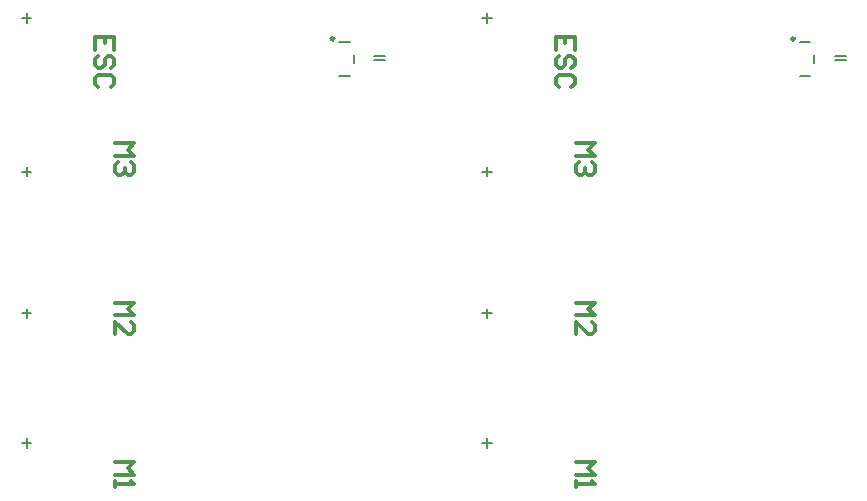
<source format=gto>
G04*
G04 #@! TF.GenerationSoftware,Altium Limited,Altium Designer,21.6.1 (37)*
G04*
G04 Layer_Color=65535*
%FSLAX25Y25*%
%MOIN*%
G70*
G04*
G04 #@! TF.SameCoordinates,FC2F02F7-AC22-4359-8BDB-CA83A4D5B66C*
G04*
G04*
G04 #@! TF.FilePolarity,Positive*
G04*
G01*
G75*
%ADD14C,0.01181*%
%ADD36C,0.00787*%
%ADD37C,0.00500*%
D14*
X110236Y173425D02*
G03*
X110236Y173425I-394J0D01*
G01*
X37006Y169818D02*
Y174016D01*
X30709D01*
Y169818D01*
X33857Y174016D02*
Y171917D01*
X35956Y163521D02*
X37006Y164570D01*
Y166669D01*
X35956Y167719D01*
X34907D01*
X33857Y166669D01*
Y164570D01*
X32808Y163521D01*
X31758D01*
X30709Y164570D01*
Y166669D01*
X31758Y167719D01*
X35956Y157223D02*
X37006Y158273D01*
Y160372D01*
X35956Y161421D01*
X31758D01*
X30709Y160372D01*
Y158273D01*
X31758Y157223D01*
X37402Y138583D02*
X43699D01*
X41600Y136484D01*
X43699Y134385D01*
X37402D01*
X42649Y132285D02*
X43699Y131236D01*
Y129137D01*
X42649Y128087D01*
X41600D01*
X40550Y129137D01*
Y130186D01*
Y129137D01*
X39501Y128087D01*
X38451D01*
X37402Y129137D01*
Y131236D01*
X38451Y132285D01*
X37402Y85433D02*
X43699D01*
X41600Y83334D01*
X43699Y81235D01*
X37402D01*
Y74938D02*
Y79136D01*
X41600Y74938D01*
X42649D01*
X43699Y75987D01*
Y78086D01*
X42649Y79136D01*
X37402Y32283D02*
X43699D01*
X41600Y30184D01*
X43699Y28085D01*
X37402D01*
Y25986D02*
Y23887D01*
Y24937D01*
X43699D01*
X42649Y25986D01*
X263779Y173425D02*
G03*
X263779Y173425I-394J0D01*
G01*
X190549Y169818D02*
Y174016D01*
X184252D01*
Y169818D01*
X187400Y174016D02*
Y171917D01*
X189500Y163521D02*
X190549Y164570D01*
Y166669D01*
X189500Y167719D01*
X188450D01*
X187400Y166669D01*
Y164570D01*
X186351Y163521D01*
X185301D01*
X184252Y164570D01*
Y166669D01*
X185301Y167719D01*
X189500Y157223D02*
X190549Y158273D01*
Y160372D01*
X189500Y161421D01*
X185301D01*
X184252Y160372D01*
Y158273D01*
X185301Y157223D01*
X190945Y138583D02*
X197242D01*
X195143Y136484D01*
X197242Y134385D01*
X190945D01*
X196193Y132285D02*
X197242Y131236D01*
Y129137D01*
X196193Y128087D01*
X195143D01*
X194094Y129137D01*
Y130186D01*
Y129137D01*
X193044Y128087D01*
X191994D01*
X190945Y129137D01*
Y131236D01*
X191994Y132285D01*
X190945Y85433D02*
X197242D01*
X195143Y83334D01*
X197242Y81235D01*
X190945D01*
Y74938D02*
Y79136D01*
X195143Y74938D01*
X196193D01*
X197242Y75987D01*
Y78086D01*
X196193Y79136D01*
X190945Y32283D02*
X197242D01*
X195143Y30184D01*
X197242Y28085D01*
X190945D01*
Y25986D02*
Y23887D01*
Y24937D01*
X197242D01*
X196193Y25986D01*
D36*
X112008Y172244D02*
X115551D01*
X112008Y160827D02*
X115551D01*
X116929Y165157D02*
Y167913D01*
X7874Y37008D02*
Y40157D01*
X6299Y38583D02*
X9449D01*
X7874Y80315D02*
Y83465D01*
X6299Y81890D02*
X9449D01*
X7874Y127559D02*
Y130709D01*
X6299Y129134D02*
X9449D01*
X7874Y178740D02*
Y181890D01*
X6299Y180315D02*
X9449D01*
X265551Y172244D02*
X269094D01*
X265551Y160827D02*
X269094D01*
X270472Y165157D02*
Y167913D01*
X161417Y37008D02*
Y40157D01*
X159843Y38583D02*
X162992D01*
X161417Y80315D02*
Y83465D01*
X159843Y81890D02*
X162992D01*
X161417Y127559D02*
Y130709D01*
X159843Y129134D02*
X162992D01*
X161417Y178740D02*
Y181890D01*
X159843Y180315D02*
X162992D01*
D37*
X123716Y167629D02*
X127465D01*
X123716Y166229D02*
X127465D01*
X277259Y167629D02*
X281009D01*
X277259Y166229D02*
X281009D01*
M02*

</source>
